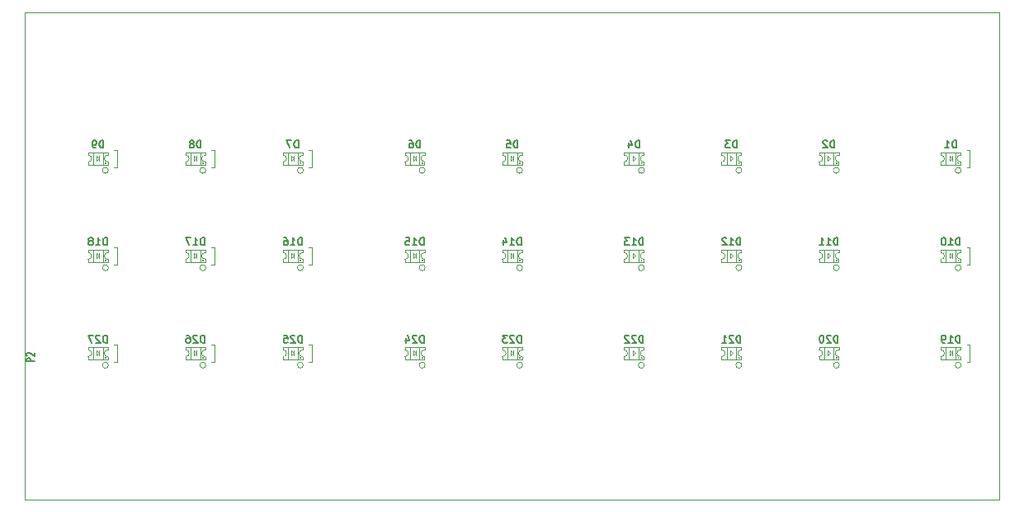
<source format=gbo>
G04 (created by PCBNEW (2013-07-07 BZR 4022)-stable) date 31/12/2015 20:31:10*
%MOIN*%
G04 Gerber Fmt 3.4, Leading zero omitted, Abs format*
%FSLAX34Y34*%
G01*
G70*
G90*
G04 APERTURE LIST*
%ADD10C,0.00590551*%
%ADD11C,0.00393701*%
%ADD12C,0.004*%
%ADD13C,0.0031*%
%ADD14C,0.0026*%
%ADD15C,0.002*%
%ADD16C,0.005*%
%ADD17C,0.0055*%
G04 APERTURE END LIST*
G54D10*
G54D11*
X39370Y0D02*
X0Y0D01*
X39370Y19685D02*
X39370Y0D01*
X0Y19685D02*
X39370Y19685D01*
X0Y0D02*
X0Y19685D01*
G54D12*
X6939Y9742D02*
X6939Y9942D01*
X7539Y10192D02*
X7564Y10192D01*
X7664Y9492D02*
X7539Y9492D01*
X7564Y10192D02*
X7664Y10192D01*
X7664Y9492D02*
X7664Y10192D01*
X6939Y9842D02*
X6839Y9742D01*
X6839Y9742D02*
X6839Y9942D01*
X6839Y9942D02*
X6939Y9842D01*
G54D13*
X7309Y9362D02*
G75*
G03X7309Y9362I-120J0D01*
G74*
G01*
X6489Y10087D02*
X7289Y10087D01*
X6489Y9597D02*
X7284Y9597D01*
X7289Y9977D02*
X7289Y10087D01*
X7284Y9707D02*
X7284Y9607D01*
X6489Y9977D02*
X6489Y10087D01*
X6489Y9597D02*
X6489Y9707D01*
G54D14*
X7085Y9960D02*
X7085Y10088D01*
X7085Y9715D02*
X7085Y9774D01*
X7085Y9910D02*
X7085Y9969D01*
X7085Y9764D02*
X7085Y9920D01*
X6693Y9960D02*
X6693Y10088D01*
X6693Y9596D02*
X6693Y9724D01*
X6693Y9910D02*
X6693Y9969D01*
X6693Y9715D02*
X6693Y9774D01*
X6693Y9764D02*
X6693Y9920D01*
X7085Y9606D02*
X7085Y9724D01*
G54D15*
X7227Y9655D02*
G75*
G03X7227Y9655I-28J0D01*
G74*
G01*
G54D12*
X7282Y9705D02*
G75*
G02X7282Y9979I0J137D01*
G74*
G01*
X6496Y9979D02*
G75*
G02X6496Y9705I0J-137D01*
G74*
G01*
X3002Y5805D02*
X3002Y6005D01*
X3602Y6255D02*
X3627Y6255D01*
X3727Y5555D02*
X3602Y5555D01*
X3627Y6255D02*
X3727Y6255D01*
X3727Y5555D02*
X3727Y6255D01*
X3002Y5905D02*
X2902Y5805D01*
X2902Y5805D02*
X2902Y6005D01*
X2902Y6005D02*
X3002Y5905D01*
G54D13*
X3372Y5425D02*
G75*
G03X3372Y5425I-120J0D01*
G74*
G01*
X2552Y6150D02*
X3352Y6150D01*
X2552Y5660D02*
X3347Y5660D01*
X3352Y6040D02*
X3352Y6150D01*
X3347Y5770D02*
X3347Y5670D01*
X2552Y6040D02*
X2552Y6150D01*
X2552Y5660D02*
X2552Y5770D01*
G54D14*
X3148Y6023D02*
X3148Y6151D01*
X3148Y5778D02*
X3148Y5837D01*
X3148Y5973D02*
X3148Y6032D01*
X3148Y5827D02*
X3148Y5983D01*
X2756Y6023D02*
X2756Y6151D01*
X2756Y5659D02*
X2756Y5787D01*
X2756Y5973D02*
X2756Y6032D01*
X2756Y5778D02*
X2756Y5837D01*
X2756Y5827D02*
X2756Y5983D01*
X3148Y5669D02*
X3148Y5787D01*
G54D15*
X3290Y5718D02*
G75*
G03X3290Y5718I-28J0D01*
G74*
G01*
G54D12*
X3345Y5768D02*
G75*
G02X3345Y6042I0J137D01*
G74*
G01*
X2559Y6042D02*
G75*
G02X2559Y5768I0J-137D01*
G74*
G01*
X3002Y9742D02*
X3002Y9942D01*
X3602Y10192D02*
X3627Y10192D01*
X3727Y9492D02*
X3602Y9492D01*
X3627Y10192D02*
X3727Y10192D01*
X3727Y9492D02*
X3727Y10192D01*
X3002Y9842D02*
X2902Y9742D01*
X2902Y9742D02*
X2902Y9942D01*
X2902Y9942D02*
X3002Y9842D01*
G54D13*
X3372Y9362D02*
G75*
G03X3372Y9362I-120J0D01*
G74*
G01*
X2552Y10087D02*
X3352Y10087D01*
X2552Y9597D02*
X3347Y9597D01*
X3352Y9977D02*
X3352Y10087D01*
X3347Y9707D02*
X3347Y9607D01*
X2552Y9977D02*
X2552Y10087D01*
X2552Y9597D02*
X2552Y9707D01*
G54D14*
X3148Y9960D02*
X3148Y10088D01*
X3148Y9715D02*
X3148Y9774D01*
X3148Y9910D02*
X3148Y9969D01*
X3148Y9764D02*
X3148Y9920D01*
X2756Y9960D02*
X2756Y10088D01*
X2756Y9596D02*
X2756Y9724D01*
X2756Y9910D02*
X2756Y9969D01*
X2756Y9715D02*
X2756Y9774D01*
X2756Y9764D02*
X2756Y9920D01*
X3148Y9606D02*
X3148Y9724D01*
G54D15*
X3290Y9655D02*
G75*
G03X3290Y9655I-28J0D01*
G74*
G01*
G54D12*
X3345Y9705D02*
G75*
G02X3345Y9979I0J137D01*
G74*
G01*
X2559Y9979D02*
G75*
G02X2559Y9705I0J-137D01*
G74*
G01*
X3002Y13679D02*
X3002Y13879D01*
X3602Y14129D02*
X3627Y14129D01*
X3727Y13429D02*
X3602Y13429D01*
X3627Y14129D02*
X3727Y14129D01*
X3727Y13429D02*
X3727Y14129D01*
X3002Y13779D02*
X2902Y13679D01*
X2902Y13679D02*
X2902Y13879D01*
X2902Y13879D02*
X3002Y13779D01*
G54D13*
X3372Y13299D02*
G75*
G03X3372Y13299I-120J0D01*
G74*
G01*
X2552Y14024D02*
X3352Y14024D01*
X2552Y13534D02*
X3347Y13534D01*
X3352Y13914D02*
X3352Y14024D01*
X3347Y13644D02*
X3347Y13544D01*
X2552Y13914D02*
X2552Y14024D01*
X2552Y13534D02*
X2552Y13644D01*
G54D14*
X3148Y13897D02*
X3148Y14025D01*
X3148Y13652D02*
X3148Y13711D01*
X3148Y13847D02*
X3148Y13906D01*
X3148Y13701D02*
X3148Y13857D01*
X2756Y13897D02*
X2756Y14025D01*
X2756Y13533D02*
X2756Y13661D01*
X2756Y13847D02*
X2756Y13906D01*
X2756Y13652D02*
X2756Y13711D01*
X2756Y13701D02*
X2756Y13857D01*
X3148Y13543D02*
X3148Y13661D01*
G54D15*
X3290Y13592D02*
G75*
G03X3290Y13592I-28J0D01*
G74*
G01*
G54D12*
X3345Y13642D02*
G75*
G02X3345Y13916I0J137D01*
G74*
G01*
X2559Y13916D02*
G75*
G02X2559Y13642I0J-137D01*
G74*
G01*
X10876Y13679D02*
X10876Y13879D01*
X11476Y14129D02*
X11501Y14129D01*
X11601Y13429D02*
X11476Y13429D01*
X11501Y14129D02*
X11601Y14129D01*
X11601Y13429D02*
X11601Y14129D01*
X10876Y13779D02*
X10776Y13679D01*
X10776Y13679D02*
X10776Y13879D01*
X10776Y13879D02*
X10876Y13779D01*
G54D13*
X11246Y13299D02*
G75*
G03X11246Y13299I-120J0D01*
G74*
G01*
X10426Y14024D02*
X11226Y14024D01*
X10426Y13534D02*
X11221Y13534D01*
X11226Y13914D02*
X11226Y14024D01*
X11221Y13644D02*
X11221Y13544D01*
X10426Y13914D02*
X10426Y14024D01*
X10426Y13534D02*
X10426Y13644D01*
G54D14*
X11022Y13897D02*
X11022Y14025D01*
X11022Y13652D02*
X11022Y13711D01*
X11022Y13847D02*
X11022Y13906D01*
X11022Y13701D02*
X11022Y13857D01*
X10630Y13897D02*
X10630Y14025D01*
X10630Y13533D02*
X10630Y13661D01*
X10630Y13847D02*
X10630Y13906D01*
X10630Y13652D02*
X10630Y13711D01*
X10630Y13701D02*
X10630Y13857D01*
X11022Y13543D02*
X11022Y13661D01*
G54D15*
X11164Y13592D02*
G75*
G03X11164Y13592I-28J0D01*
G74*
G01*
G54D12*
X11219Y13642D02*
G75*
G02X11219Y13916I0J137D01*
G74*
G01*
X10433Y13916D02*
G75*
G02X10433Y13642I0J-137D01*
G74*
G01*
X10876Y9742D02*
X10876Y9942D01*
X11476Y10192D02*
X11501Y10192D01*
X11601Y9492D02*
X11476Y9492D01*
X11501Y10192D02*
X11601Y10192D01*
X11601Y9492D02*
X11601Y10192D01*
X10876Y9842D02*
X10776Y9742D01*
X10776Y9742D02*
X10776Y9942D01*
X10776Y9942D02*
X10876Y9842D01*
G54D13*
X11246Y9362D02*
G75*
G03X11246Y9362I-120J0D01*
G74*
G01*
X10426Y10087D02*
X11226Y10087D01*
X10426Y9597D02*
X11221Y9597D01*
X11226Y9977D02*
X11226Y10087D01*
X11221Y9707D02*
X11221Y9607D01*
X10426Y9977D02*
X10426Y10087D01*
X10426Y9597D02*
X10426Y9707D01*
G54D14*
X11022Y9960D02*
X11022Y10088D01*
X11022Y9715D02*
X11022Y9774D01*
X11022Y9910D02*
X11022Y9969D01*
X11022Y9764D02*
X11022Y9920D01*
X10630Y9960D02*
X10630Y10088D01*
X10630Y9596D02*
X10630Y9724D01*
X10630Y9910D02*
X10630Y9969D01*
X10630Y9715D02*
X10630Y9774D01*
X10630Y9764D02*
X10630Y9920D01*
X11022Y9606D02*
X11022Y9724D01*
G54D15*
X11164Y9655D02*
G75*
G03X11164Y9655I-28J0D01*
G74*
G01*
G54D12*
X11219Y9705D02*
G75*
G02X11219Y9979I0J137D01*
G74*
G01*
X10433Y9979D02*
G75*
G02X10433Y9705I0J-137D01*
G74*
G01*
X10876Y5805D02*
X10876Y6005D01*
X11476Y6255D02*
X11501Y6255D01*
X11601Y5555D02*
X11476Y5555D01*
X11501Y6255D02*
X11601Y6255D01*
X11601Y5555D02*
X11601Y6255D01*
X10876Y5905D02*
X10776Y5805D01*
X10776Y5805D02*
X10776Y6005D01*
X10776Y6005D02*
X10876Y5905D01*
G54D13*
X11246Y5425D02*
G75*
G03X11246Y5425I-120J0D01*
G74*
G01*
X10426Y6150D02*
X11226Y6150D01*
X10426Y5660D02*
X11221Y5660D01*
X11226Y6040D02*
X11226Y6150D01*
X11221Y5770D02*
X11221Y5670D01*
X10426Y6040D02*
X10426Y6150D01*
X10426Y5660D02*
X10426Y5770D01*
G54D14*
X11022Y6023D02*
X11022Y6151D01*
X11022Y5778D02*
X11022Y5837D01*
X11022Y5973D02*
X11022Y6032D01*
X11022Y5827D02*
X11022Y5983D01*
X10630Y6023D02*
X10630Y6151D01*
X10630Y5659D02*
X10630Y5787D01*
X10630Y5973D02*
X10630Y6032D01*
X10630Y5778D02*
X10630Y5837D01*
X10630Y5827D02*
X10630Y5983D01*
X11022Y5669D02*
X11022Y5787D01*
G54D15*
X11164Y5718D02*
G75*
G03X11164Y5718I-28J0D01*
G74*
G01*
G54D12*
X11219Y5768D02*
G75*
G02X11219Y6042I0J137D01*
G74*
G01*
X10433Y6042D02*
G75*
G02X10433Y5768I0J-137D01*
G74*
G01*
X6939Y13679D02*
X6939Y13879D01*
X7539Y14129D02*
X7564Y14129D01*
X7664Y13429D02*
X7539Y13429D01*
X7564Y14129D02*
X7664Y14129D01*
X7664Y13429D02*
X7664Y14129D01*
X6939Y13779D02*
X6839Y13679D01*
X6839Y13679D02*
X6839Y13879D01*
X6839Y13879D02*
X6939Y13779D01*
G54D13*
X7309Y13299D02*
G75*
G03X7309Y13299I-120J0D01*
G74*
G01*
X6489Y14024D02*
X7289Y14024D01*
X6489Y13534D02*
X7284Y13534D01*
X7289Y13914D02*
X7289Y14024D01*
X7284Y13644D02*
X7284Y13544D01*
X6489Y13914D02*
X6489Y14024D01*
X6489Y13534D02*
X6489Y13644D01*
G54D14*
X7085Y13897D02*
X7085Y14025D01*
X7085Y13652D02*
X7085Y13711D01*
X7085Y13847D02*
X7085Y13906D01*
X7085Y13701D02*
X7085Y13857D01*
X6693Y13897D02*
X6693Y14025D01*
X6693Y13533D02*
X6693Y13661D01*
X6693Y13847D02*
X6693Y13906D01*
X6693Y13652D02*
X6693Y13711D01*
X6693Y13701D02*
X6693Y13857D01*
X7085Y13543D02*
X7085Y13661D01*
G54D15*
X7227Y13592D02*
G75*
G03X7227Y13592I-28J0D01*
G74*
G01*
G54D12*
X7282Y13642D02*
G75*
G02X7282Y13916I0J137D01*
G74*
G01*
X6496Y13916D02*
G75*
G02X6496Y13642I0J-137D01*
G74*
G01*
X6939Y5805D02*
X6939Y6005D01*
X7539Y6255D02*
X7564Y6255D01*
X7664Y5555D02*
X7539Y5555D01*
X7564Y6255D02*
X7664Y6255D01*
X7664Y5555D02*
X7664Y6255D01*
X6939Y5905D02*
X6839Y5805D01*
X6839Y5805D02*
X6839Y6005D01*
X6839Y6005D02*
X6939Y5905D01*
G54D13*
X7309Y5425D02*
G75*
G03X7309Y5425I-120J0D01*
G74*
G01*
X6489Y6150D02*
X7289Y6150D01*
X6489Y5660D02*
X7284Y5660D01*
X7289Y6040D02*
X7289Y6150D01*
X7284Y5770D02*
X7284Y5670D01*
X6489Y6040D02*
X6489Y6150D01*
X6489Y5660D02*
X6489Y5770D01*
G54D14*
X7085Y6023D02*
X7085Y6151D01*
X7085Y5778D02*
X7085Y5837D01*
X7085Y5973D02*
X7085Y6032D01*
X7085Y5827D02*
X7085Y5983D01*
X6693Y6023D02*
X6693Y6151D01*
X6693Y5659D02*
X6693Y5787D01*
X6693Y5973D02*
X6693Y6032D01*
X6693Y5778D02*
X6693Y5837D01*
X6693Y5827D02*
X6693Y5983D01*
X7085Y5669D02*
X7085Y5787D01*
G54D15*
X7227Y5718D02*
G75*
G03X7227Y5718I-28J0D01*
G74*
G01*
G54D12*
X7282Y5768D02*
G75*
G02X7282Y6042I0J137D01*
G74*
G01*
X6496Y6042D02*
G75*
G02X6496Y5768I0J-137D01*
G74*
G01*
X37451Y5805D02*
X37451Y6005D01*
X38051Y6255D02*
X38076Y6255D01*
X38176Y5555D02*
X38051Y5555D01*
X38076Y6255D02*
X38176Y6255D01*
X38176Y5555D02*
X38176Y6255D01*
X37451Y5905D02*
X37351Y5805D01*
X37351Y5805D02*
X37351Y6005D01*
X37351Y6005D02*
X37451Y5905D01*
G54D13*
X37821Y5425D02*
G75*
G03X37821Y5425I-120J0D01*
G74*
G01*
X37001Y6150D02*
X37801Y6150D01*
X37001Y5660D02*
X37796Y5660D01*
X37801Y6040D02*
X37801Y6150D01*
X37796Y5770D02*
X37796Y5670D01*
X37001Y6040D02*
X37001Y6150D01*
X37001Y5660D02*
X37001Y5770D01*
G54D14*
X37597Y6023D02*
X37597Y6151D01*
X37597Y5778D02*
X37597Y5837D01*
X37597Y5973D02*
X37597Y6032D01*
X37597Y5827D02*
X37597Y5983D01*
X37205Y6023D02*
X37205Y6151D01*
X37205Y5659D02*
X37205Y5787D01*
X37205Y5973D02*
X37205Y6032D01*
X37205Y5778D02*
X37205Y5837D01*
X37205Y5827D02*
X37205Y5983D01*
X37597Y5669D02*
X37597Y5787D01*
G54D15*
X37738Y5718D02*
G75*
G03X37738Y5718I-28J0D01*
G74*
G01*
G54D12*
X37794Y5768D02*
G75*
G02X37794Y6042I0J137D01*
G74*
G01*
X37008Y6042D02*
G75*
G02X37008Y5768I0J-137D01*
G74*
G01*
X37451Y9742D02*
X37451Y9942D01*
X38051Y10192D02*
X38076Y10192D01*
X38176Y9492D02*
X38051Y9492D01*
X38076Y10192D02*
X38176Y10192D01*
X38176Y9492D02*
X38176Y10192D01*
X37451Y9842D02*
X37351Y9742D01*
X37351Y9742D02*
X37351Y9942D01*
X37351Y9942D02*
X37451Y9842D01*
G54D13*
X37821Y9362D02*
G75*
G03X37821Y9362I-120J0D01*
G74*
G01*
X37001Y10087D02*
X37801Y10087D01*
X37001Y9597D02*
X37796Y9597D01*
X37801Y9977D02*
X37801Y10087D01*
X37796Y9707D02*
X37796Y9607D01*
X37001Y9977D02*
X37001Y10087D01*
X37001Y9597D02*
X37001Y9707D01*
G54D14*
X37597Y9960D02*
X37597Y10088D01*
X37597Y9715D02*
X37597Y9774D01*
X37597Y9910D02*
X37597Y9969D01*
X37597Y9764D02*
X37597Y9920D01*
X37205Y9960D02*
X37205Y10088D01*
X37205Y9596D02*
X37205Y9724D01*
X37205Y9910D02*
X37205Y9969D01*
X37205Y9715D02*
X37205Y9774D01*
X37205Y9764D02*
X37205Y9920D01*
X37597Y9606D02*
X37597Y9724D01*
G54D15*
X37738Y9655D02*
G75*
G03X37738Y9655I-28J0D01*
G74*
G01*
G54D12*
X37794Y9705D02*
G75*
G02X37794Y9979I0J137D01*
G74*
G01*
X37008Y9979D02*
G75*
G02X37008Y9705I0J-137D01*
G74*
G01*
X37451Y13679D02*
X37451Y13879D01*
X38051Y14129D02*
X38076Y14129D01*
X38176Y13429D02*
X38051Y13429D01*
X38076Y14129D02*
X38176Y14129D01*
X38176Y13429D02*
X38176Y14129D01*
X37451Y13779D02*
X37351Y13679D01*
X37351Y13679D02*
X37351Y13879D01*
X37351Y13879D02*
X37451Y13779D01*
G54D13*
X37821Y13299D02*
G75*
G03X37821Y13299I-120J0D01*
G74*
G01*
X37001Y14024D02*
X37801Y14024D01*
X37001Y13534D02*
X37796Y13534D01*
X37801Y13914D02*
X37801Y14024D01*
X37796Y13644D02*
X37796Y13544D01*
X37001Y13914D02*
X37001Y14024D01*
X37001Y13534D02*
X37001Y13644D01*
G54D14*
X37597Y13897D02*
X37597Y14025D01*
X37597Y13652D02*
X37597Y13711D01*
X37597Y13847D02*
X37597Y13906D01*
X37597Y13701D02*
X37597Y13857D01*
X37205Y13897D02*
X37205Y14025D01*
X37205Y13533D02*
X37205Y13661D01*
X37205Y13847D02*
X37205Y13906D01*
X37205Y13652D02*
X37205Y13711D01*
X37205Y13701D02*
X37205Y13857D01*
X37597Y13543D02*
X37597Y13661D01*
G54D15*
X37738Y13592D02*
G75*
G03X37738Y13592I-28J0D01*
G74*
G01*
G54D12*
X37794Y13642D02*
G75*
G02X37794Y13916I0J137D01*
G74*
G01*
X37008Y13916D02*
G75*
G02X37008Y13642I0J-137D01*
G74*
G01*
X19735Y9742D02*
X19735Y9942D01*
X19635Y9742D02*
X19735Y9842D01*
X19735Y9842D02*
X19635Y9942D01*
X19635Y9942D02*
X19635Y9742D01*
G54D13*
X20105Y9362D02*
G75*
G03X20105Y9362I-120J0D01*
G74*
G01*
X19285Y10087D02*
X20085Y10087D01*
X19285Y9597D02*
X20080Y9597D01*
X20085Y9977D02*
X20085Y10087D01*
X20080Y9707D02*
X20080Y9607D01*
X19285Y9977D02*
X19285Y10087D01*
X19285Y9597D02*
X19285Y9707D01*
G54D14*
X19881Y9960D02*
X19881Y10088D01*
X19881Y9715D02*
X19881Y9774D01*
X19881Y9910D02*
X19881Y9969D01*
X19881Y9764D02*
X19881Y9920D01*
X19489Y9960D02*
X19489Y10088D01*
X19489Y9596D02*
X19489Y9724D01*
X19489Y9910D02*
X19489Y9969D01*
X19489Y9715D02*
X19489Y9774D01*
X19489Y9764D02*
X19489Y9920D01*
X19881Y9606D02*
X19881Y9724D01*
G54D15*
X20022Y9655D02*
G75*
G03X20022Y9655I-28J0D01*
G74*
G01*
G54D12*
X20078Y9705D02*
G75*
G02X20078Y9979I0J137D01*
G74*
G01*
X19292Y9979D02*
G75*
G02X19292Y9705I0J-137D01*
G74*
G01*
X19735Y5805D02*
X19735Y6005D01*
X19635Y5805D02*
X19735Y5905D01*
X19735Y5905D02*
X19635Y6005D01*
X19635Y6005D02*
X19635Y5805D01*
G54D13*
X20105Y5425D02*
G75*
G03X20105Y5425I-120J0D01*
G74*
G01*
X19285Y6150D02*
X20085Y6150D01*
X19285Y5660D02*
X20080Y5660D01*
X20085Y6040D02*
X20085Y6150D01*
X20080Y5770D02*
X20080Y5670D01*
X19285Y6040D02*
X19285Y6150D01*
X19285Y5660D02*
X19285Y5770D01*
G54D14*
X19881Y6023D02*
X19881Y6151D01*
X19881Y5778D02*
X19881Y5837D01*
X19881Y5973D02*
X19881Y6032D01*
X19881Y5827D02*
X19881Y5983D01*
X19489Y6023D02*
X19489Y6151D01*
X19489Y5659D02*
X19489Y5787D01*
X19489Y5973D02*
X19489Y6032D01*
X19489Y5778D02*
X19489Y5837D01*
X19489Y5827D02*
X19489Y5983D01*
X19881Y5669D02*
X19881Y5787D01*
G54D15*
X20022Y5718D02*
G75*
G03X20022Y5718I-28J0D01*
G74*
G01*
G54D12*
X20078Y5768D02*
G75*
G02X20078Y6042I0J137D01*
G74*
G01*
X19292Y6042D02*
G75*
G02X19292Y5768I0J-137D01*
G74*
G01*
X15798Y13679D02*
X15798Y13879D01*
X15698Y13679D02*
X15798Y13779D01*
X15798Y13779D02*
X15698Y13879D01*
X15698Y13879D02*
X15698Y13679D01*
G54D13*
X16168Y13299D02*
G75*
G03X16168Y13299I-120J0D01*
G74*
G01*
X15348Y14024D02*
X16148Y14024D01*
X15348Y13534D02*
X16143Y13534D01*
X16148Y13914D02*
X16148Y14024D01*
X16143Y13644D02*
X16143Y13544D01*
X15348Y13914D02*
X15348Y14024D01*
X15348Y13534D02*
X15348Y13644D01*
G54D14*
X15944Y13897D02*
X15944Y14025D01*
X15944Y13652D02*
X15944Y13711D01*
X15944Y13847D02*
X15944Y13906D01*
X15944Y13701D02*
X15944Y13857D01*
X15552Y13897D02*
X15552Y14025D01*
X15552Y13533D02*
X15552Y13661D01*
X15552Y13847D02*
X15552Y13906D01*
X15552Y13652D02*
X15552Y13711D01*
X15552Y13701D02*
X15552Y13857D01*
X15944Y13543D02*
X15944Y13661D01*
G54D15*
X16085Y13592D02*
G75*
G03X16085Y13592I-28J0D01*
G74*
G01*
G54D12*
X16141Y13642D02*
G75*
G02X16141Y13916I0J137D01*
G74*
G01*
X15355Y13916D02*
G75*
G02X15355Y13642I0J-137D01*
G74*
G01*
X15798Y9742D02*
X15798Y9942D01*
X15698Y9742D02*
X15798Y9842D01*
X15798Y9842D02*
X15698Y9942D01*
X15698Y9942D02*
X15698Y9742D01*
G54D13*
X16168Y9362D02*
G75*
G03X16168Y9362I-120J0D01*
G74*
G01*
X15348Y10087D02*
X16148Y10087D01*
X15348Y9597D02*
X16143Y9597D01*
X16148Y9977D02*
X16148Y10087D01*
X16143Y9707D02*
X16143Y9607D01*
X15348Y9977D02*
X15348Y10087D01*
X15348Y9597D02*
X15348Y9707D01*
G54D14*
X15944Y9960D02*
X15944Y10088D01*
X15944Y9715D02*
X15944Y9774D01*
X15944Y9910D02*
X15944Y9969D01*
X15944Y9764D02*
X15944Y9920D01*
X15552Y9960D02*
X15552Y10088D01*
X15552Y9596D02*
X15552Y9724D01*
X15552Y9910D02*
X15552Y9969D01*
X15552Y9715D02*
X15552Y9774D01*
X15552Y9764D02*
X15552Y9920D01*
X15944Y9606D02*
X15944Y9724D01*
G54D15*
X16085Y9655D02*
G75*
G03X16085Y9655I-28J0D01*
G74*
G01*
G54D12*
X16141Y9705D02*
G75*
G02X16141Y9979I0J137D01*
G74*
G01*
X15355Y9979D02*
G75*
G02X15355Y9705I0J-137D01*
G74*
G01*
X15798Y5805D02*
X15798Y6005D01*
X15698Y5805D02*
X15798Y5905D01*
X15798Y5905D02*
X15698Y6005D01*
X15698Y6005D02*
X15698Y5805D01*
G54D13*
X16168Y5425D02*
G75*
G03X16168Y5425I-120J0D01*
G74*
G01*
X15348Y6150D02*
X16148Y6150D01*
X15348Y5660D02*
X16143Y5660D01*
X16148Y6040D02*
X16148Y6150D01*
X16143Y5770D02*
X16143Y5670D01*
X15348Y6040D02*
X15348Y6150D01*
X15348Y5660D02*
X15348Y5770D01*
G54D14*
X15944Y6023D02*
X15944Y6151D01*
X15944Y5778D02*
X15944Y5837D01*
X15944Y5973D02*
X15944Y6032D01*
X15944Y5827D02*
X15944Y5983D01*
X15552Y6023D02*
X15552Y6151D01*
X15552Y5659D02*
X15552Y5787D01*
X15552Y5973D02*
X15552Y6032D01*
X15552Y5778D02*
X15552Y5837D01*
X15552Y5827D02*
X15552Y5983D01*
X15944Y5669D02*
X15944Y5787D01*
G54D15*
X16085Y5718D02*
G75*
G03X16085Y5718I-28J0D01*
G74*
G01*
G54D12*
X16141Y5768D02*
G75*
G02X16141Y6042I0J137D01*
G74*
G01*
X15355Y6042D02*
G75*
G02X15355Y5768I0J-137D01*
G74*
G01*
X19735Y13679D02*
X19735Y13879D01*
X19635Y13679D02*
X19735Y13779D01*
X19735Y13779D02*
X19635Y13879D01*
X19635Y13879D02*
X19635Y13679D01*
G54D13*
X20105Y13299D02*
G75*
G03X20105Y13299I-120J0D01*
G74*
G01*
X19285Y14024D02*
X20085Y14024D01*
X19285Y13534D02*
X20080Y13534D01*
X20085Y13914D02*
X20085Y14024D01*
X20080Y13644D02*
X20080Y13544D01*
X19285Y13914D02*
X19285Y14024D01*
X19285Y13534D02*
X19285Y13644D01*
G54D14*
X19881Y13897D02*
X19881Y14025D01*
X19881Y13652D02*
X19881Y13711D01*
X19881Y13847D02*
X19881Y13906D01*
X19881Y13701D02*
X19881Y13857D01*
X19489Y13897D02*
X19489Y14025D01*
X19489Y13533D02*
X19489Y13661D01*
X19489Y13847D02*
X19489Y13906D01*
X19489Y13652D02*
X19489Y13711D01*
X19489Y13701D02*
X19489Y13857D01*
X19881Y13543D02*
X19881Y13661D01*
G54D15*
X20022Y13592D02*
G75*
G03X20022Y13592I-28J0D01*
G74*
G01*
G54D12*
X20078Y13642D02*
G75*
G02X20078Y13916I0J137D01*
G74*
G01*
X19292Y13916D02*
G75*
G02X19292Y13642I0J-137D01*
G74*
G01*
X32530Y13779D02*
X32430Y13679D01*
X32430Y13679D02*
X32430Y13829D01*
X32430Y13829D02*
X32430Y13879D01*
X32430Y13879D02*
X32530Y13779D01*
G54D13*
X32900Y13299D02*
G75*
G03X32900Y13299I-120J0D01*
G74*
G01*
X32080Y14024D02*
X32880Y14024D01*
X32080Y13534D02*
X32875Y13534D01*
X32880Y13914D02*
X32880Y14024D01*
X32875Y13644D02*
X32875Y13544D01*
X32080Y13914D02*
X32080Y14024D01*
X32080Y13534D02*
X32080Y13644D01*
G54D14*
X32676Y13897D02*
X32676Y14025D01*
X32676Y13652D02*
X32676Y13711D01*
X32676Y13847D02*
X32676Y13906D01*
X32676Y13701D02*
X32676Y13857D01*
X32284Y13897D02*
X32284Y14025D01*
X32284Y13533D02*
X32284Y13661D01*
X32284Y13847D02*
X32284Y13906D01*
X32284Y13652D02*
X32284Y13711D01*
X32284Y13701D02*
X32284Y13857D01*
X32676Y13543D02*
X32676Y13661D01*
G54D15*
X32817Y13592D02*
G75*
G03X32817Y13592I-28J0D01*
G74*
G01*
G54D12*
X32873Y13642D02*
G75*
G02X32873Y13916I0J137D01*
G74*
G01*
X32087Y13916D02*
G75*
G02X32087Y13642I0J-137D01*
G74*
G01*
X32530Y9842D02*
X32430Y9742D01*
X32430Y9742D02*
X32430Y9892D01*
X32430Y9892D02*
X32430Y9942D01*
X32430Y9942D02*
X32530Y9842D01*
G54D13*
X32900Y9362D02*
G75*
G03X32900Y9362I-120J0D01*
G74*
G01*
X32080Y10087D02*
X32880Y10087D01*
X32080Y9597D02*
X32875Y9597D01*
X32880Y9977D02*
X32880Y10087D01*
X32875Y9707D02*
X32875Y9607D01*
X32080Y9977D02*
X32080Y10087D01*
X32080Y9597D02*
X32080Y9707D01*
G54D14*
X32676Y9960D02*
X32676Y10088D01*
X32676Y9715D02*
X32676Y9774D01*
X32676Y9910D02*
X32676Y9969D01*
X32676Y9764D02*
X32676Y9920D01*
X32284Y9960D02*
X32284Y10088D01*
X32284Y9596D02*
X32284Y9724D01*
X32284Y9910D02*
X32284Y9969D01*
X32284Y9715D02*
X32284Y9774D01*
X32284Y9764D02*
X32284Y9920D01*
X32676Y9606D02*
X32676Y9724D01*
G54D15*
X32817Y9655D02*
G75*
G03X32817Y9655I-28J0D01*
G74*
G01*
G54D12*
X32873Y9705D02*
G75*
G02X32873Y9979I0J137D01*
G74*
G01*
X32087Y9979D02*
G75*
G02X32087Y9705I0J-137D01*
G74*
G01*
X32530Y5905D02*
X32430Y5805D01*
X32430Y5805D02*
X32430Y5955D01*
X32430Y5955D02*
X32430Y6005D01*
X32430Y6005D02*
X32530Y5905D01*
G54D13*
X32900Y5425D02*
G75*
G03X32900Y5425I-120J0D01*
G74*
G01*
X32080Y6150D02*
X32880Y6150D01*
X32080Y5660D02*
X32875Y5660D01*
X32880Y6040D02*
X32880Y6150D01*
X32875Y5770D02*
X32875Y5670D01*
X32080Y6040D02*
X32080Y6150D01*
X32080Y5660D02*
X32080Y5770D01*
G54D14*
X32676Y6023D02*
X32676Y6151D01*
X32676Y5778D02*
X32676Y5837D01*
X32676Y5973D02*
X32676Y6032D01*
X32676Y5827D02*
X32676Y5983D01*
X32284Y6023D02*
X32284Y6151D01*
X32284Y5659D02*
X32284Y5787D01*
X32284Y5973D02*
X32284Y6032D01*
X32284Y5778D02*
X32284Y5837D01*
X32284Y5827D02*
X32284Y5983D01*
X32676Y5669D02*
X32676Y5787D01*
G54D15*
X32817Y5718D02*
G75*
G03X32817Y5718I-28J0D01*
G74*
G01*
G54D12*
X32873Y5768D02*
G75*
G02X32873Y6042I0J137D01*
G74*
G01*
X32087Y6042D02*
G75*
G02X32087Y5768I0J-137D01*
G74*
G01*
X28593Y13779D02*
X28493Y13679D01*
X28493Y13679D02*
X28493Y13829D01*
X28493Y13829D02*
X28493Y13879D01*
X28493Y13879D02*
X28593Y13779D01*
G54D13*
X28963Y13299D02*
G75*
G03X28963Y13299I-120J0D01*
G74*
G01*
X28143Y14024D02*
X28943Y14024D01*
X28143Y13534D02*
X28938Y13534D01*
X28943Y13914D02*
X28943Y14024D01*
X28938Y13644D02*
X28938Y13544D01*
X28143Y13914D02*
X28143Y14024D01*
X28143Y13534D02*
X28143Y13644D01*
G54D14*
X28739Y13897D02*
X28739Y14025D01*
X28739Y13652D02*
X28739Y13711D01*
X28739Y13847D02*
X28739Y13906D01*
X28739Y13701D02*
X28739Y13857D01*
X28347Y13897D02*
X28347Y14025D01*
X28347Y13533D02*
X28347Y13661D01*
X28347Y13847D02*
X28347Y13906D01*
X28347Y13652D02*
X28347Y13711D01*
X28347Y13701D02*
X28347Y13857D01*
X28739Y13543D02*
X28739Y13661D01*
G54D15*
X28880Y13592D02*
G75*
G03X28880Y13592I-28J0D01*
G74*
G01*
G54D12*
X28936Y13642D02*
G75*
G02X28936Y13916I0J137D01*
G74*
G01*
X28150Y13916D02*
G75*
G02X28150Y13642I0J-137D01*
G74*
G01*
X28593Y9842D02*
X28493Y9742D01*
X28493Y9742D02*
X28493Y9892D01*
X28493Y9892D02*
X28493Y9942D01*
X28493Y9942D02*
X28593Y9842D01*
G54D13*
X28963Y9362D02*
G75*
G03X28963Y9362I-120J0D01*
G74*
G01*
X28143Y10087D02*
X28943Y10087D01*
X28143Y9597D02*
X28938Y9597D01*
X28943Y9977D02*
X28943Y10087D01*
X28938Y9707D02*
X28938Y9607D01*
X28143Y9977D02*
X28143Y10087D01*
X28143Y9597D02*
X28143Y9707D01*
G54D14*
X28739Y9960D02*
X28739Y10088D01*
X28739Y9715D02*
X28739Y9774D01*
X28739Y9910D02*
X28739Y9969D01*
X28739Y9764D02*
X28739Y9920D01*
X28347Y9960D02*
X28347Y10088D01*
X28347Y9596D02*
X28347Y9724D01*
X28347Y9910D02*
X28347Y9969D01*
X28347Y9715D02*
X28347Y9774D01*
X28347Y9764D02*
X28347Y9920D01*
X28739Y9606D02*
X28739Y9724D01*
G54D15*
X28880Y9655D02*
G75*
G03X28880Y9655I-28J0D01*
G74*
G01*
G54D12*
X28936Y9705D02*
G75*
G02X28936Y9979I0J137D01*
G74*
G01*
X28150Y9979D02*
G75*
G02X28150Y9705I0J-137D01*
G74*
G01*
X28593Y5905D02*
X28493Y5805D01*
X28493Y5805D02*
X28493Y5955D01*
X28493Y5955D02*
X28493Y6005D01*
X28493Y6005D02*
X28593Y5905D01*
G54D13*
X28963Y5425D02*
G75*
G03X28963Y5425I-120J0D01*
G74*
G01*
X28143Y6150D02*
X28943Y6150D01*
X28143Y5660D02*
X28938Y5660D01*
X28943Y6040D02*
X28943Y6150D01*
X28938Y5770D02*
X28938Y5670D01*
X28143Y6040D02*
X28143Y6150D01*
X28143Y5660D02*
X28143Y5770D01*
G54D14*
X28739Y6023D02*
X28739Y6151D01*
X28739Y5778D02*
X28739Y5837D01*
X28739Y5973D02*
X28739Y6032D01*
X28739Y5827D02*
X28739Y5983D01*
X28347Y6023D02*
X28347Y6151D01*
X28347Y5659D02*
X28347Y5787D01*
X28347Y5973D02*
X28347Y6032D01*
X28347Y5778D02*
X28347Y5837D01*
X28347Y5827D02*
X28347Y5983D01*
X28739Y5669D02*
X28739Y5787D01*
G54D15*
X28880Y5718D02*
G75*
G03X28880Y5718I-28J0D01*
G74*
G01*
G54D12*
X28936Y5768D02*
G75*
G02X28936Y6042I0J137D01*
G74*
G01*
X28150Y6042D02*
G75*
G02X28150Y5768I0J-137D01*
G74*
G01*
X24656Y9842D02*
X24556Y9742D01*
X24556Y9742D02*
X24556Y9892D01*
X24556Y9892D02*
X24556Y9942D01*
X24556Y9942D02*
X24656Y9842D01*
G54D13*
X25026Y9362D02*
G75*
G03X25026Y9362I-120J0D01*
G74*
G01*
X24206Y10087D02*
X25006Y10087D01*
X24206Y9597D02*
X25001Y9597D01*
X25006Y9977D02*
X25006Y10087D01*
X25001Y9707D02*
X25001Y9607D01*
X24206Y9977D02*
X24206Y10087D01*
X24206Y9597D02*
X24206Y9707D01*
G54D14*
X24802Y9960D02*
X24802Y10088D01*
X24802Y9715D02*
X24802Y9774D01*
X24802Y9910D02*
X24802Y9969D01*
X24802Y9764D02*
X24802Y9920D01*
X24410Y9960D02*
X24410Y10088D01*
X24410Y9596D02*
X24410Y9724D01*
X24410Y9910D02*
X24410Y9969D01*
X24410Y9715D02*
X24410Y9774D01*
X24410Y9764D02*
X24410Y9920D01*
X24802Y9606D02*
X24802Y9724D01*
G54D15*
X24943Y9655D02*
G75*
G03X24943Y9655I-28J0D01*
G74*
G01*
G54D12*
X24999Y9705D02*
G75*
G02X24999Y9979I0J137D01*
G74*
G01*
X24213Y9979D02*
G75*
G02X24213Y9705I0J-137D01*
G74*
G01*
X24656Y5905D02*
X24556Y5805D01*
X24556Y5805D02*
X24556Y5955D01*
X24556Y5955D02*
X24556Y6005D01*
X24556Y6005D02*
X24656Y5905D01*
G54D13*
X25026Y5425D02*
G75*
G03X25026Y5425I-120J0D01*
G74*
G01*
X24206Y6150D02*
X25006Y6150D01*
X24206Y5660D02*
X25001Y5660D01*
X25006Y6040D02*
X25006Y6150D01*
X25001Y5770D02*
X25001Y5670D01*
X24206Y6040D02*
X24206Y6150D01*
X24206Y5660D02*
X24206Y5770D01*
G54D14*
X24802Y6023D02*
X24802Y6151D01*
X24802Y5778D02*
X24802Y5837D01*
X24802Y5973D02*
X24802Y6032D01*
X24802Y5827D02*
X24802Y5983D01*
X24410Y6023D02*
X24410Y6151D01*
X24410Y5659D02*
X24410Y5787D01*
X24410Y5973D02*
X24410Y6032D01*
X24410Y5778D02*
X24410Y5837D01*
X24410Y5827D02*
X24410Y5983D01*
X24802Y5669D02*
X24802Y5787D01*
G54D15*
X24943Y5718D02*
G75*
G03X24943Y5718I-28J0D01*
G74*
G01*
G54D12*
X24999Y5768D02*
G75*
G02X24999Y6042I0J137D01*
G74*
G01*
X24213Y6042D02*
G75*
G02X24213Y5768I0J-137D01*
G74*
G01*
X24656Y13779D02*
X24556Y13679D01*
X24556Y13679D02*
X24556Y13829D01*
X24556Y13829D02*
X24556Y13879D01*
X24556Y13879D02*
X24656Y13779D01*
G54D13*
X25026Y13299D02*
G75*
G03X25026Y13299I-120J0D01*
G74*
G01*
X24206Y14024D02*
X25006Y14024D01*
X24206Y13534D02*
X25001Y13534D01*
X25006Y13914D02*
X25006Y14024D01*
X25001Y13644D02*
X25001Y13544D01*
X24206Y13914D02*
X24206Y14024D01*
X24206Y13534D02*
X24206Y13644D01*
G54D14*
X24802Y13897D02*
X24802Y14025D01*
X24802Y13652D02*
X24802Y13711D01*
X24802Y13847D02*
X24802Y13906D01*
X24802Y13701D02*
X24802Y13857D01*
X24410Y13897D02*
X24410Y14025D01*
X24410Y13533D02*
X24410Y13661D01*
X24410Y13847D02*
X24410Y13906D01*
X24410Y13652D02*
X24410Y13711D01*
X24410Y13701D02*
X24410Y13857D01*
X24802Y13543D02*
X24802Y13661D01*
G54D15*
X24943Y13592D02*
G75*
G03X24943Y13592I-28J0D01*
G74*
G01*
G54D12*
X24999Y13642D02*
G75*
G02X24999Y13916I0J137D01*
G74*
G01*
X24213Y13916D02*
G75*
G02X24213Y13642I0J-137D01*
G74*
G01*
G54D16*
X7254Y10271D02*
X7254Y10571D01*
X7182Y10571D01*
X7139Y10556D01*
X7111Y10528D01*
X7096Y10499D01*
X7082Y10442D01*
X7082Y10399D01*
X7096Y10342D01*
X7111Y10313D01*
X7139Y10285D01*
X7182Y10271D01*
X7254Y10271D01*
X6796Y10271D02*
X6968Y10271D01*
X6882Y10271D02*
X6882Y10571D01*
X6911Y10528D01*
X6939Y10499D01*
X6968Y10485D01*
X6696Y10571D02*
X6496Y10571D01*
X6625Y10271D01*
X3317Y6334D02*
X3317Y6634D01*
X3245Y6634D01*
X3202Y6619D01*
X3174Y6591D01*
X3159Y6562D01*
X3145Y6505D01*
X3145Y6462D01*
X3159Y6405D01*
X3174Y6376D01*
X3202Y6348D01*
X3245Y6334D01*
X3317Y6334D01*
X3031Y6605D02*
X3017Y6619D01*
X2988Y6634D01*
X2917Y6634D01*
X2888Y6619D01*
X2874Y6605D01*
X2859Y6576D01*
X2859Y6548D01*
X2874Y6505D01*
X3045Y6334D01*
X2859Y6334D01*
X2759Y6634D02*
X2559Y6634D01*
X2688Y6334D01*
X3317Y10271D02*
X3317Y10571D01*
X3245Y10571D01*
X3202Y10556D01*
X3174Y10528D01*
X3159Y10499D01*
X3145Y10442D01*
X3145Y10399D01*
X3159Y10342D01*
X3174Y10313D01*
X3202Y10285D01*
X3245Y10271D01*
X3317Y10271D01*
X2859Y10271D02*
X3031Y10271D01*
X2945Y10271D02*
X2945Y10571D01*
X2974Y10528D01*
X3002Y10499D01*
X3031Y10485D01*
X2688Y10442D02*
X2717Y10456D01*
X2731Y10471D01*
X2745Y10499D01*
X2745Y10513D01*
X2731Y10542D01*
X2717Y10556D01*
X2688Y10571D01*
X2631Y10571D01*
X2602Y10556D01*
X2588Y10542D01*
X2574Y10513D01*
X2574Y10499D01*
X2588Y10471D01*
X2602Y10456D01*
X2631Y10442D01*
X2688Y10442D01*
X2717Y10428D01*
X2731Y10413D01*
X2745Y10385D01*
X2745Y10328D01*
X2731Y10299D01*
X2717Y10285D01*
X2688Y10271D01*
X2631Y10271D01*
X2602Y10285D01*
X2588Y10299D01*
X2574Y10328D01*
X2574Y10385D01*
X2588Y10413D01*
X2602Y10428D01*
X2631Y10442D01*
X3174Y14208D02*
X3174Y14508D01*
X3102Y14508D01*
X3059Y14493D01*
X3031Y14465D01*
X3017Y14436D01*
X3002Y14379D01*
X3002Y14336D01*
X3017Y14279D01*
X3031Y14250D01*
X3059Y14222D01*
X3102Y14208D01*
X3174Y14208D01*
X2859Y14208D02*
X2802Y14208D01*
X2774Y14222D01*
X2759Y14236D01*
X2731Y14279D01*
X2717Y14336D01*
X2717Y14450D01*
X2731Y14479D01*
X2745Y14493D01*
X2774Y14508D01*
X2831Y14508D01*
X2859Y14493D01*
X2874Y14479D01*
X2888Y14450D01*
X2888Y14379D01*
X2874Y14350D01*
X2859Y14336D01*
X2831Y14322D01*
X2774Y14322D01*
X2745Y14336D01*
X2731Y14350D01*
X2717Y14379D01*
X11048Y14208D02*
X11048Y14508D01*
X10976Y14508D01*
X10933Y14493D01*
X10905Y14465D01*
X10891Y14436D01*
X10876Y14379D01*
X10876Y14336D01*
X10891Y14279D01*
X10905Y14250D01*
X10933Y14222D01*
X10976Y14208D01*
X11048Y14208D01*
X10776Y14508D02*
X10576Y14508D01*
X10705Y14208D01*
X11191Y10271D02*
X11191Y10571D01*
X11119Y10571D01*
X11076Y10556D01*
X11048Y10528D01*
X11033Y10499D01*
X11019Y10442D01*
X11019Y10399D01*
X11033Y10342D01*
X11048Y10313D01*
X11076Y10285D01*
X11119Y10271D01*
X11191Y10271D01*
X10733Y10271D02*
X10905Y10271D01*
X10819Y10271D02*
X10819Y10571D01*
X10848Y10528D01*
X10876Y10499D01*
X10905Y10485D01*
X10476Y10571D02*
X10533Y10571D01*
X10562Y10556D01*
X10576Y10542D01*
X10605Y10499D01*
X10619Y10442D01*
X10619Y10328D01*
X10605Y10299D01*
X10591Y10285D01*
X10562Y10271D01*
X10505Y10271D01*
X10476Y10285D01*
X10462Y10299D01*
X10448Y10328D01*
X10448Y10399D01*
X10462Y10428D01*
X10476Y10442D01*
X10505Y10456D01*
X10562Y10456D01*
X10591Y10442D01*
X10605Y10428D01*
X10619Y10399D01*
X11191Y6334D02*
X11191Y6634D01*
X11119Y6634D01*
X11076Y6619D01*
X11048Y6591D01*
X11033Y6562D01*
X11019Y6505D01*
X11019Y6462D01*
X11033Y6405D01*
X11048Y6376D01*
X11076Y6348D01*
X11119Y6334D01*
X11191Y6334D01*
X10905Y6605D02*
X10891Y6619D01*
X10862Y6634D01*
X10791Y6634D01*
X10762Y6619D01*
X10748Y6605D01*
X10733Y6576D01*
X10733Y6548D01*
X10748Y6505D01*
X10919Y6334D01*
X10733Y6334D01*
X10462Y6634D02*
X10605Y6634D01*
X10619Y6491D01*
X10605Y6505D01*
X10576Y6519D01*
X10505Y6519D01*
X10476Y6505D01*
X10462Y6491D01*
X10448Y6462D01*
X10448Y6391D01*
X10462Y6362D01*
X10476Y6348D01*
X10505Y6334D01*
X10576Y6334D01*
X10605Y6348D01*
X10619Y6362D01*
X7111Y14208D02*
X7111Y14508D01*
X7039Y14508D01*
X6996Y14493D01*
X6968Y14465D01*
X6954Y14436D01*
X6939Y14379D01*
X6939Y14336D01*
X6954Y14279D01*
X6968Y14250D01*
X6996Y14222D01*
X7039Y14208D01*
X7111Y14208D01*
X6768Y14379D02*
X6796Y14393D01*
X6811Y14408D01*
X6825Y14436D01*
X6825Y14450D01*
X6811Y14479D01*
X6796Y14493D01*
X6768Y14508D01*
X6711Y14508D01*
X6682Y14493D01*
X6668Y14479D01*
X6654Y14450D01*
X6654Y14436D01*
X6668Y14408D01*
X6682Y14393D01*
X6711Y14379D01*
X6768Y14379D01*
X6796Y14365D01*
X6811Y14350D01*
X6825Y14322D01*
X6825Y14265D01*
X6811Y14236D01*
X6796Y14222D01*
X6768Y14208D01*
X6711Y14208D01*
X6682Y14222D01*
X6668Y14236D01*
X6654Y14265D01*
X6654Y14322D01*
X6668Y14350D01*
X6682Y14365D01*
X6711Y14379D01*
X7254Y6334D02*
X7254Y6634D01*
X7182Y6634D01*
X7139Y6619D01*
X7111Y6591D01*
X7096Y6562D01*
X7082Y6505D01*
X7082Y6462D01*
X7096Y6405D01*
X7111Y6376D01*
X7139Y6348D01*
X7182Y6334D01*
X7254Y6334D01*
X6968Y6605D02*
X6954Y6619D01*
X6925Y6634D01*
X6854Y6634D01*
X6825Y6619D01*
X6811Y6605D01*
X6796Y6576D01*
X6796Y6548D01*
X6811Y6505D01*
X6982Y6334D01*
X6796Y6334D01*
X6539Y6634D02*
X6596Y6634D01*
X6625Y6619D01*
X6639Y6605D01*
X6668Y6562D01*
X6682Y6505D01*
X6682Y6391D01*
X6668Y6362D01*
X6654Y6348D01*
X6625Y6334D01*
X6568Y6334D01*
X6539Y6348D01*
X6525Y6362D01*
X6511Y6391D01*
X6511Y6462D01*
X6525Y6491D01*
X6539Y6505D01*
X6568Y6519D01*
X6625Y6519D01*
X6654Y6505D01*
X6668Y6491D01*
X6682Y6462D01*
X37765Y6334D02*
X37765Y6634D01*
X37694Y6634D01*
X37651Y6619D01*
X37623Y6591D01*
X37608Y6562D01*
X37594Y6505D01*
X37594Y6462D01*
X37608Y6405D01*
X37623Y6376D01*
X37651Y6348D01*
X37694Y6334D01*
X37765Y6334D01*
X37308Y6334D02*
X37480Y6334D01*
X37394Y6334D02*
X37394Y6634D01*
X37423Y6591D01*
X37451Y6562D01*
X37480Y6548D01*
X37165Y6334D02*
X37108Y6334D01*
X37080Y6348D01*
X37065Y6362D01*
X37037Y6405D01*
X37023Y6462D01*
X37023Y6576D01*
X37037Y6605D01*
X37051Y6619D01*
X37080Y6634D01*
X37137Y6634D01*
X37165Y6619D01*
X37180Y6605D01*
X37194Y6576D01*
X37194Y6505D01*
X37180Y6476D01*
X37165Y6462D01*
X37137Y6448D01*
X37080Y6448D01*
X37051Y6462D01*
X37037Y6476D01*
X37023Y6505D01*
X37765Y10271D02*
X37765Y10571D01*
X37694Y10571D01*
X37651Y10556D01*
X37623Y10528D01*
X37608Y10499D01*
X37594Y10442D01*
X37594Y10399D01*
X37608Y10342D01*
X37623Y10313D01*
X37651Y10285D01*
X37694Y10271D01*
X37765Y10271D01*
X37308Y10271D02*
X37480Y10271D01*
X37394Y10271D02*
X37394Y10571D01*
X37423Y10528D01*
X37451Y10499D01*
X37480Y10485D01*
X37123Y10571D02*
X37094Y10571D01*
X37065Y10556D01*
X37051Y10542D01*
X37037Y10513D01*
X37023Y10456D01*
X37023Y10385D01*
X37037Y10328D01*
X37051Y10299D01*
X37065Y10285D01*
X37094Y10271D01*
X37123Y10271D01*
X37151Y10285D01*
X37165Y10299D01*
X37180Y10328D01*
X37194Y10385D01*
X37194Y10456D01*
X37180Y10513D01*
X37165Y10542D01*
X37151Y10556D01*
X37123Y10571D01*
X37623Y14208D02*
X37623Y14508D01*
X37551Y14508D01*
X37508Y14493D01*
X37480Y14465D01*
X37465Y14436D01*
X37451Y14379D01*
X37451Y14336D01*
X37465Y14279D01*
X37480Y14250D01*
X37508Y14222D01*
X37551Y14208D01*
X37623Y14208D01*
X37165Y14208D02*
X37337Y14208D01*
X37251Y14208D02*
X37251Y14508D01*
X37280Y14465D01*
X37308Y14436D01*
X37337Y14422D01*
X20049Y10271D02*
X20049Y10571D01*
X19977Y10571D01*
X19935Y10556D01*
X19906Y10528D01*
X19892Y10499D01*
X19877Y10442D01*
X19877Y10399D01*
X19892Y10342D01*
X19906Y10313D01*
X19935Y10285D01*
X19977Y10271D01*
X20049Y10271D01*
X19592Y10271D02*
X19763Y10271D01*
X19677Y10271D02*
X19677Y10571D01*
X19706Y10528D01*
X19735Y10499D01*
X19763Y10485D01*
X19335Y10471D02*
X19335Y10271D01*
X19406Y10585D02*
X19477Y10371D01*
X19292Y10371D01*
X20049Y6334D02*
X20049Y6634D01*
X19977Y6634D01*
X19935Y6619D01*
X19906Y6591D01*
X19892Y6562D01*
X19877Y6505D01*
X19877Y6462D01*
X19892Y6405D01*
X19906Y6376D01*
X19935Y6348D01*
X19977Y6334D01*
X20049Y6334D01*
X19763Y6605D02*
X19749Y6619D01*
X19720Y6634D01*
X19649Y6634D01*
X19620Y6619D01*
X19606Y6605D01*
X19592Y6576D01*
X19592Y6548D01*
X19606Y6505D01*
X19777Y6334D01*
X19592Y6334D01*
X19492Y6634D02*
X19306Y6634D01*
X19406Y6519D01*
X19363Y6519D01*
X19335Y6505D01*
X19320Y6491D01*
X19306Y6462D01*
X19306Y6391D01*
X19320Y6362D01*
X19335Y6348D01*
X19363Y6334D01*
X19449Y6334D01*
X19477Y6348D01*
X19492Y6362D01*
X15969Y14208D02*
X15969Y14508D01*
X15898Y14508D01*
X15855Y14493D01*
X15826Y14465D01*
X15812Y14436D01*
X15798Y14379D01*
X15798Y14336D01*
X15812Y14279D01*
X15826Y14250D01*
X15855Y14222D01*
X15898Y14208D01*
X15969Y14208D01*
X15540Y14508D02*
X15598Y14508D01*
X15626Y14493D01*
X15640Y14479D01*
X15669Y14436D01*
X15683Y14379D01*
X15683Y14265D01*
X15669Y14236D01*
X15655Y14222D01*
X15626Y14208D01*
X15569Y14208D01*
X15540Y14222D01*
X15526Y14236D01*
X15512Y14265D01*
X15512Y14336D01*
X15526Y14365D01*
X15540Y14379D01*
X15569Y14393D01*
X15626Y14393D01*
X15655Y14379D01*
X15669Y14365D01*
X15683Y14336D01*
X16112Y10271D02*
X16112Y10571D01*
X16040Y10571D01*
X15998Y10556D01*
X15969Y10528D01*
X15955Y10499D01*
X15940Y10442D01*
X15940Y10399D01*
X15955Y10342D01*
X15969Y10313D01*
X15998Y10285D01*
X16040Y10271D01*
X16112Y10271D01*
X15655Y10271D02*
X15826Y10271D01*
X15740Y10271D02*
X15740Y10571D01*
X15769Y10528D01*
X15798Y10499D01*
X15826Y10485D01*
X15383Y10571D02*
X15526Y10571D01*
X15540Y10428D01*
X15526Y10442D01*
X15498Y10456D01*
X15426Y10456D01*
X15398Y10442D01*
X15383Y10428D01*
X15369Y10399D01*
X15369Y10328D01*
X15383Y10299D01*
X15398Y10285D01*
X15426Y10271D01*
X15498Y10271D01*
X15526Y10285D01*
X15540Y10299D01*
X16112Y6334D02*
X16112Y6634D01*
X16040Y6634D01*
X15998Y6619D01*
X15969Y6591D01*
X15955Y6562D01*
X15940Y6505D01*
X15940Y6462D01*
X15955Y6405D01*
X15969Y6376D01*
X15998Y6348D01*
X16040Y6334D01*
X16112Y6334D01*
X15826Y6605D02*
X15812Y6619D01*
X15783Y6634D01*
X15712Y6634D01*
X15683Y6619D01*
X15669Y6605D01*
X15655Y6576D01*
X15655Y6548D01*
X15669Y6505D01*
X15840Y6334D01*
X15655Y6334D01*
X15398Y6534D02*
X15398Y6334D01*
X15469Y6648D02*
X15540Y6434D01*
X15355Y6434D01*
X19906Y14208D02*
X19906Y14508D01*
X19835Y14508D01*
X19792Y14493D01*
X19763Y14465D01*
X19749Y14436D01*
X19735Y14379D01*
X19735Y14336D01*
X19749Y14279D01*
X19763Y14250D01*
X19792Y14222D01*
X19835Y14208D01*
X19906Y14208D01*
X19463Y14508D02*
X19606Y14508D01*
X19620Y14365D01*
X19606Y14379D01*
X19577Y14393D01*
X19506Y14393D01*
X19477Y14379D01*
X19463Y14365D01*
X19449Y14336D01*
X19449Y14265D01*
X19463Y14236D01*
X19477Y14222D01*
X19506Y14208D01*
X19577Y14208D01*
X19606Y14222D01*
X19620Y14236D01*
X32701Y14208D02*
X32701Y14508D01*
X32630Y14508D01*
X32587Y14493D01*
X32558Y14465D01*
X32544Y14436D01*
X32530Y14379D01*
X32530Y14336D01*
X32544Y14279D01*
X32558Y14250D01*
X32587Y14222D01*
X32630Y14208D01*
X32701Y14208D01*
X32416Y14479D02*
X32401Y14493D01*
X32373Y14508D01*
X32301Y14508D01*
X32273Y14493D01*
X32258Y14479D01*
X32244Y14450D01*
X32244Y14422D01*
X32258Y14379D01*
X32430Y14208D01*
X32244Y14208D01*
X32844Y10271D02*
X32844Y10571D01*
X32773Y10571D01*
X32730Y10556D01*
X32701Y10528D01*
X32687Y10499D01*
X32673Y10442D01*
X32673Y10399D01*
X32687Y10342D01*
X32701Y10313D01*
X32730Y10285D01*
X32773Y10271D01*
X32844Y10271D01*
X32387Y10271D02*
X32558Y10271D01*
X32473Y10271D02*
X32473Y10571D01*
X32501Y10528D01*
X32530Y10499D01*
X32558Y10485D01*
X32101Y10271D02*
X32273Y10271D01*
X32187Y10271D02*
X32187Y10571D01*
X32216Y10528D01*
X32244Y10499D01*
X32273Y10485D01*
X32844Y6334D02*
X32844Y6634D01*
X32773Y6634D01*
X32730Y6619D01*
X32701Y6591D01*
X32687Y6562D01*
X32673Y6505D01*
X32673Y6462D01*
X32687Y6405D01*
X32701Y6376D01*
X32730Y6348D01*
X32773Y6334D01*
X32844Y6334D01*
X32558Y6605D02*
X32544Y6619D01*
X32516Y6634D01*
X32444Y6634D01*
X32416Y6619D01*
X32401Y6605D01*
X32387Y6576D01*
X32387Y6548D01*
X32401Y6505D01*
X32573Y6334D01*
X32387Y6334D01*
X32201Y6634D02*
X32173Y6634D01*
X32144Y6619D01*
X32130Y6605D01*
X32116Y6576D01*
X32101Y6519D01*
X32101Y6448D01*
X32116Y6391D01*
X32130Y6362D01*
X32144Y6348D01*
X32173Y6334D01*
X32201Y6334D01*
X32230Y6348D01*
X32244Y6362D01*
X32258Y6391D01*
X32273Y6448D01*
X32273Y6519D01*
X32258Y6576D01*
X32244Y6605D01*
X32230Y6619D01*
X32201Y6634D01*
X28764Y14208D02*
X28764Y14508D01*
X28693Y14508D01*
X28650Y14493D01*
X28621Y14465D01*
X28607Y14436D01*
X28593Y14379D01*
X28593Y14336D01*
X28607Y14279D01*
X28621Y14250D01*
X28650Y14222D01*
X28693Y14208D01*
X28764Y14208D01*
X28493Y14508D02*
X28307Y14508D01*
X28407Y14393D01*
X28364Y14393D01*
X28336Y14379D01*
X28321Y14365D01*
X28307Y14336D01*
X28307Y14265D01*
X28321Y14236D01*
X28336Y14222D01*
X28364Y14208D01*
X28450Y14208D01*
X28479Y14222D01*
X28493Y14236D01*
X28907Y10271D02*
X28907Y10571D01*
X28836Y10571D01*
X28793Y10556D01*
X28764Y10528D01*
X28750Y10499D01*
X28736Y10442D01*
X28736Y10399D01*
X28750Y10342D01*
X28764Y10313D01*
X28793Y10285D01*
X28836Y10271D01*
X28907Y10271D01*
X28450Y10271D02*
X28621Y10271D01*
X28536Y10271D02*
X28536Y10571D01*
X28564Y10528D01*
X28593Y10499D01*
X28621Y10485D01*
X28336Y10542D02*
X28321Y10556D01*
X28293Y10571D01*
X28221Y10571D01*
X28193Y10556D01*
X28179Y10542D01*
X28164Y10513D01*
X28164Y10485D01*
X28179Y10442D01*
X28350Y10271D01*
X28164Y10271D01*
X28907Y6334D02*
X28907Y6634D01*
X28836Y6634D01*
X28793Y6619D01*
X28764Y6591D01*
X28750Y6562D01*
X28736Y6505D01*
X28736Y6462D01*
X28750Y6405D01*
X28764Y6376D01*
X28793Y6348D01*
X28836Y6334D01*
X28907Y6334D01*
X28621Y6605D02*
X28607Y6619D01*
X28579Y6634D01*
X28507Y6634D01*
X28479Y6619D01*
X28464Y6605D01*
X28450Y6576D01*
X28450Y6548D01*
X28464Y6505D01*
X28636Y6334D01*
X28450Y6334D01*
X28164Y6334D02*
X28336Y6334D01*
X28250Y6334D02*
X28250Y6634D01*
X28279Y6591D01*
X28307Y6562D01*
X28336Y6548D01*
X24970Y10271D02*
X24970Y10571D01*
X24899Y10571D01*
X24856Y10556D01*
X24827Y10528D01*
X24813Y10499D01*
X24799Y10442D01*
X24799Y10399D01*
X24813Y10342D01*
X24827Y10313D01*
X24856Y10285D01*
X24899Y10271D01*
X24970Y10271D01*
X24513Y10271D02*
X24684Y10271D01*
X24599Y10271D02*
X24599Y10571D01*
X24627Y10528D01*
X24656Y10499D01*
X24684Y10485D01*
X24413Y10571D02*
X24227Y10571D01*
X24327Y10456D01*
X24284Y10456D01*
X24256Y10442D01*
X24242Y10428D01*
X24227Y10399D01*
X24227Y10328D01*
X24242Y10299D01*
X24256Y10285D01*
X24284Y10271D01*
X24370Y10271D01*
X24399Y10285D01*
X24413Y10299D01*
X24970Y6334D02*
X24970Y6634D01*
X24899Y6634D01*
X24856Y6619D01*
X24827Y6591D01*
X24813Y6562D01*
X24799Y6505D01*
X24799Y6462D01*
X24813Y6405D01*
X24827Y6376D01*
X24856Y6348D01*
X24899Y6334D01*
X24970Y6334D01*
X24684Y6605D02*
X24670Y6619D01*
X24642Y6634D01*
X24570Y6634D01*
X24542Y6619D01*
X24527Y6605D01*
X24513Y6576D01*
X24513Y6548D01*
X24527Y6505D01*
X24699Y6334D01*
X24513Y6334D01*
X24399Y6605D02*
X24384Y6619D01*
X24356Y6634D01*
X24284Y6634D01*
X24256Y6619D01*
X24242Y6605D01*
X24227Y6576D01*
X24227Y6548D01*
X24242Y6505D01*
X24413Y6334D01*
X24227Y6334D01*
X24827Y14208D02*
X24827Y14508D01*
X24756Y14508D01*
X24713Y14493D01*
X24684Y14465D01*
X24670Y14436D01*
X24656Y14379D01*
X24656Y14336D01*
X24670Y14279D01*
X24684Y14250D01*
X24713Y14222D01*
X24756Y14208D01*
X24827Y14208D01*
X24399Y14408D02*
X24399Y14208D01*
X24470Y14522D02*
X24542Y14308D01*
X24356Y14308D01*
G54D17*
X391Y5587D02*
X51Y5587D01*
X51Y5671D01*
X67Y5692D01*
X83Y5702D01*
X116Y5713D01*
X164Y5713D01*
X197Y5702D01*
X213Y5692D01*
X229Y5671D01*
X229Y5587D01*
X83Y5797D02*
X67Y5807D01*
X51Y5828D01*
X51Y5880D01*
X67Y5901D01*
X83Y5912D01*
X116Y5922D01*
X148Y5922D01*
X197Y5912D01*
X391Y5786D01*
X391Y5922D01*
M02*

</source>
